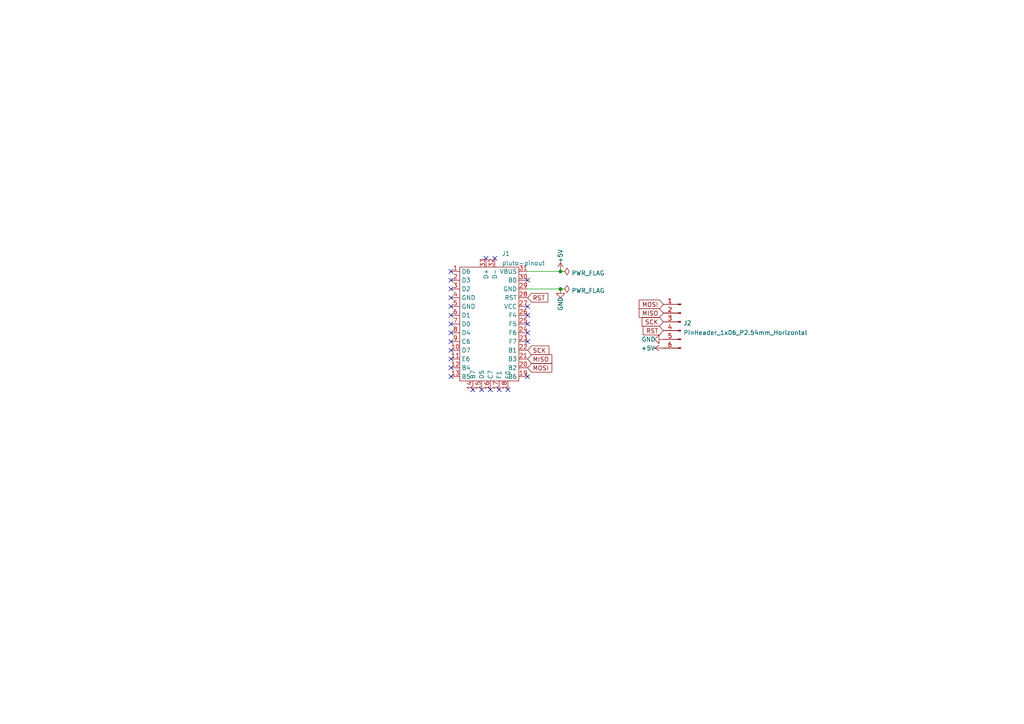
<source format=kicad_sch>
(kicad_sch (version 20211123) (generator eeschema)
  (paper "A4")
  (title_block (title "0xCB - Pluto ISP adapter") (date "2022-02-07") (rev "1.0") (company "0xCB") (comment 1 "Conor Burns"))
  (lib_symbols
    (symbol "0xcb:pluto-pinout"
      (property "Reference" "J" (at 0 -5.08 0))
      (property "Value" "pluto-pinout" (at 0 0 0))
      (symbol "pluto-pinout_0_1"
        (rectangle (start -8.89 15.24) (end 8.255 -17.78) (stroke (width 0.1524)))
      )
      (symbol "pluto-pinout_1_1"
        (pin bidirectional line (at -11.43 13.97 0) (length 2.54) (name "D6") (number "1"))
        (pin bidirectional line (at -11.43 -8.89 0) (length 2.54) (name "D7") (number "10"))
        (pin bidirectional line (at -11.43 -11.43 0) (length 2.54) (name "E6") (number "11"))
        (pin bidirectional line (at -11.43 -13.97 0) (length 2.54) (name "B4") (number "12"))
        (pin bidirectional line (at -11.43 -16.51 0) (length 2.54) (name "B5") (number "13"))
        (pin bidirectional line (at -5.08 -20.32 90) (length 2.54) (name "B7") (number "14"))
        (pin bidirectional line (at -2.54 -20.32 90) (length 2.54) (name "D5") (number "15"))
        (pin bidirectional line (at 0 -20.32 90) (length 2.54) (name "C7") (number "16"))
        (pin bidirectional line (at 2.54 -20.32 90) (length 2.54) (name "F1") (number "17"))
        (pin bidirectional line (at 5.08 -20.32 90) (length 2.54) (name "F0") (number "18"))
        (pin bidirectional line (at 10.795 -16.51 180) (length 2.54) (name "B6") (number "19"))
        (pin bidirectional line (at -11.43 11.43 0) (length 2.54) (name "D3") (number "2"))
        (pin bidirectional line (at 10.795 -13.97 180) (length 2.54) (name "B2") (number "20"))
        (pin bidirectional line (at 10.795 -11.43 180) (length 2.54) (name "B3") (number "21"))
        (pin bidirectional line (at 10.795 -8.89 180) (length 2.54) (name "B1") (number "22"))
        (pin bidirectional line (at 10.795 -6.35 180) (length 2.54) (name "F7") (number "23"))
        (pin bidirectional line (at 10.795 -3.81 180) (length 2.54) (name "F6") (number "24"))
        (pin bidirectional line (at 10.795 -1.27 180) (length 2.54) (name "F5") (number "25"))
        (pin bidirectional line (at 10.795 1.27 180) (length 2.54) (name "F4") (number "26"))
        (pin power_in line (at 10.795 3.81 180) (length 2.54) (name "VCC") (number "27"))
        (pin bidirectional line (at 10.795 6.35 180) (length 2.54) (name "RST") (number "28"))
        (pin power_in line (at 10.795 8.89 180) (length 2.54) (name "GND") (number "29"))
        (pin bidirectional line (at -11.43 8.89 0) (length 2.54) (name "D2") (number "3"))
        (pin bidirectional line (at 10.795 11.43 180) (length 2.54) (name "B0") (number "30"))
        (pin power_in line (at 10.795 13.97 180) (length 2.54) (name "VBUS") (number "31"))
        (pin bidirectional line (at 1.27 17.78 270) (length 2.54) (name "D-") (number "32"))
        (pin bidirectional line (at -1.27 17.78 270) (length 2.54) (name "D+") (number "33"))
        (pin power_in line (at -11.43 6.35 0) (length 2.54) (name "GND") (number "4"))
        (pin power_in line (at -11.43 3.81 0) (length 2.54) (name "GND") (number "5"))
        (pin bidirectional line (at -11.43 1.27 0) (length 2.54) (name "D1") (number "6"))
        (pin bidirectional line (at -11.43 -1.27 0) (length 2.54) (name "D0") (number "7"))
        (pin bidirectional line (at -11.43 -3.81 0) (length 2.54) (name "D4") (number "8"))
        (pin bidirectional line (at -11.43 -6.35 0) (length 2.54) (name "C6") (number "9"))
      )
    )
    (symbol "Connector:Conn_01x06_Male" (pin_names (offset 1.016) hide)
      (property "Reference" "J" (at 0 7.62 0))
      (property "Value" "Conn_01x06_Male" (at 0 -10.16 0))
      (symbol "Conn_01x06_Male_1_1"
        (polyline (pts (xy 1.27 -7.62) (xy 0.8636 -7.62)) (stroke (width 0.1524)))
        (polyline (pts (xy 1.27 -5.08) (xy 0.8636 -5.08)) (stroke (width 0.1524)))
        (polyline (pts (xy 1.27 -2.54) (xy 0.8636 -2.54)) (stroke (width 0.1524)))
        (polyline (pts (xy 1.27 0) (xy 0.8636 0)) (stroke (width 0.1524)))
        (polyline (pts (xy 1.27 2.54) (xy 0.8636 2.54)) (stroke (width 0.1524)))
        (polyline (pts (xy 1.27 5.08) (xy 0.8636 5.08)) (stroke (width 0.1524)))
        (rectangle (start 0.8636 -7.493) (end 0 -7.747) (stroke (width 0.1524)) (fill (type outline)))
        (rectangle (start 0.8636 -4.953) (end 0 -5.207) (stroke (width 0.1524)) (fill (type outline)))
        (rectangle (start 0.8636 -2.413) (end 0 -2.667) (stroke (width 0.1524)) (fill (type outline)))
        (rectangle (start 0.8636 0.127) (end 0 -0.127) (stroke (width 0.1524)) (fill (type outline)))
        (rectangle (start 0.8636 2.667) (end 0 2.413) (stroke (width 0.1524)) (fill (type outline)))
        (rectangle (start 0.8636 5.207) (end 0 4.953) (stroke (width 0.1524)) (fill (type outline)))
        (pin passive line (at 5.08 5.08 180) (length 3.81) (name "Pin_1") (number "1"))
        (pin passive line (at 5.08 2.54 180) (length 3.81) (name "Pin_2") (number "2"))
        (pin passive line (at 5.08 0 180) (length 3.81) (name "Pin_3") (number "3"))
        (pin passive line (at 5.08 -2.54 180) (length 3.81) (name "Pin_4") (number "4"))
        (pin passive line (at 5.08 -5.08 180) (length 3.81) (name "Pin_5") (number "5"))
        (pin passive line (at 5.08 -7.62 180) (length 3.81) (name "Pin_6") (number "6"))
      )
    )
    (symbol "power:+5V" (power) (pin_names (offset 0))
      (property "Value" "+5V" (at 0 3.556 0))
      (symbol "+5V_0_1"
        (polyline (pts (xy -0.762 1.27) (xy 0 2.54)))
        (polyline (pts (xy 0 0) (xy 0 2.54)))
        (polyline (pts (xy 0 2.54) (xy 0.762 1.27)))
      )
      (symbol "+5V_1_1"
        (pin power_in line (at 0 0 90) (length 0) hide (name "+5V") (number "1"))
      )
    )
    (symbol "power:GND" (power) (pin_names (offset 0))
      (property "Value" "GND" (at 0 -3.81 0))
      (symbol "GND_0_1"
        (polyline (pts (xy 0 0) (xy 0 -1.27) (xy 1.27 -1.27) (xy 0 -2.54) (xy -1.27 -1.27) (xy 0 -1.27)))
      )
      (symbol "GND_1_1"
        (pin power_in line (at 0 0 270) (length 0) hide (name "GND") (number "1"))
      )
    )
    (symbol "power:PWR_FLAG" (power) (pin_numbers hide) (pin_names (offset 0) hide)
      (property "Value" "PWR_FLAG" (at 0 3.81 0))
      (symbol "PWR_FLAG_0_0"
        (pin power_out line (at 0 0 90) (length 0) (name "pwr") (number "1"))
      )
      (symbol "PWR_FLAG_0_1"
        (polyline (pts (xy 0 0) (xy 0 1.27) (xy -1.016 1.905) (xy 0 2.54) (xy 1.016 1.905) (xy 0 1.27)))
      )
    )
  )
  (junction (at 162.56 83.82))
  (junction (at 162.56 78.74))
  (no_connect (at 130.81 78.74))
  (no_connect (at 130.81 81.28))
  (no_connect (at 130.81 83.82))
  (no_connect (at 130.81 86.36))
  (no_connect (at 130.81 88.9))
  (no_connect (at 130.81 91.44))
  (no_connect (at 130.81 93.98))
  (no_connect (at 130.81 96.52))
  (no_connect (at 130.81 99.06))
  (no_connect (at 130.81 101.6))
  (no_connect (at 130.81 104.14))
  (no_connect (at 130.81 106.68))
  (no_connect (at 130.81 109.22))
  (no_connect (at 137.16 113.03))
  (no_connect (at 139.7 113.03))
  (no_connect (at 142.24 113.03))
  (no_connect (at 144.78 113.03))
  (no_connect (at 147.32 113.03))
  (no_connect (at 153.035 91.44))
  (no_connect (at 153.035 88.9))
  (no_connect (at 153.035 81.28))
  (no_connect (at 153.035 93.98))
  (no_connect (at 153.035 109.22))
  (no_connect (at 140.97 74.93))
  (no_connect (at 143.51 74.93))
  (no_connect (at 153.035 96.52))
  (no_connect (at 153.035 99.06))
  (wire (pts (xy 162.56 83.82) (xy 153.035 83.82)))
  (wire (pts (xy 162.56 78.74) (xy 153.035 78.74)))
  (global_label "MISO" (shape input) (at 153.035 104.14 0) (property "Intersheet References" "${INTERSHEET_REFS}" (effects hide)))
  (global_label "MISO" (shape input) (at 192.405 90.805 180) (property "Intersheet References" "${INTERSHEET_REFS}" (effects hide)))
  (global_label "MOSI" (shape input) (at 192.405 88.265 180) (property "Intersheet References" "${INTERSHEET_REFS}" (effects hide)))
  (global_label "MOSI" (shape input) (at 153.035 106.68 0) (property "Intersheet References" "${INTERSHEET_REFS}" (effects hide)))
  (global_label "RST" (shape input) (at 153.035 86.36 0) (property "Intersheet References" "${INTERSHEET_REFS}" (effects hide)))
  (global_label "RST" (shape input) (at 192.405 95.885 180) (property "Intersheet References" "${INTERSHEET_REFS}" (effects hide)))
  (global_label "SCK" (shape input) (at 192.405 93.345 180) (property "Intersheet References" "${INTERSHEET_REFS}" (effects hide)))
  (global_label "SCK" (shape input) (at 153.035 101.6 0) (property "Intersheet References" "${INTERSHEET_REFS}" (effects hide)))
  (symbol (lib_id "0xcb:pluto-pinout") (at 142.24 92.71 0) (unit 1)
    (property "Reference" "J1" (at 145.5294 73.5543 0) (effects (justify left)))
    (property "Value" "pluto-pinout" (at 145.5294 76.3294 0) (effects (justify left)))
    (property "Footprint" "0xcb:pluto" (effects hide))
  )
  (symbol (lib_id "power:GND") (at 162.56 83.82 0) (unit 1)
    (property "Reference" "#PWR02" (effects hide))
    (property "Value" "GND" (at 162.56 90.17 90) (effects (justify left)))
  )
  (symbol (lib_id "power:GND") (at 192.405 98.425 270) (unit 1)
    (property "Reference" "#PWR03" (effects hide))
    (property "Value" "GND" (at 186.055 98.425 90) (effects (justify left)))
  )
  (symbol (lib_id "power:+5V") (at 162.56 78.74 0) (unit 1)
    (property "Reference" "#PWR01" (effects hide))
    (property "Value" "+5V" (at 162.56 74.295 90))
  )
  (symbol (lib_id "power:PWR_FLAG") (at 162.56 83.82 270) (unit 1)
    (property "Reference" "#FLG02" (effects hide))
    (property "Value" "PWR_FLAG" (at 165.735 84.299 90) (effects (justify left)))
  )
  (symbol (lib_id "Connector:Conn_01x06_Male") (at 197.485 93.345 0) (mirror y) (unit 1)
    (property "Reference" "J2" (at 198.1962 93.7065 0) (effects (justify right)))
    (property "Value" "PinHeader_1x06_P2.54mm_Horizontal" (at 198.1962 96.4816 0) (effects (justify right)))
    (property "Footprint" "Connector_PinHeader_2.54mm:PinHeader_1x06_P2.54mm_Horizontal" (effects hide))
  )
  (symbol (lib_id "power:PWR_FLAG") (at 162.56 78.74 270) (unit 1)
    (property "Reference" "#FLG01" (effects hide))
    (property "Value" "PWR_FLAG" (at 165.735 79.219 90) (effects (justify left)))
  )
  (symbol (lib_id "power:+5V") (at 192.405 100.965 90) (unit 1)
    (property "Reference" "#PWR04" (effects hide))
    (property "Value" "+5V" (at 187.96 100.965 90))
  )
)
</source>
